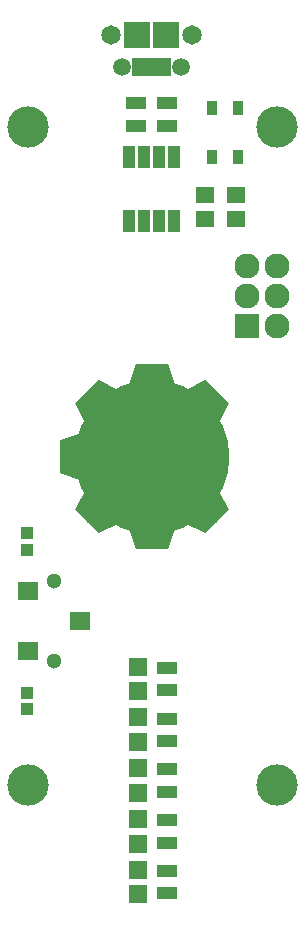
<source format=gts>
G04 #@! TF.GenerationSoftware,KiCad,Pcbnew,(2017-01-24 revision 0b6147e)-makepkg*
G04 #@! TF.CreationDate,2017-06-09T09:58:06-07:00*
G04 #@! TF.ProjectId,POVSpinner,504F565370696E6E65722E6B69636164,rev?*
G04 #@! TF.FileFunction,Soldermask,Top*
G04 #@! TF.FilePolarity,Negative*
%FSLAX46Y46*%
G04 Gerber Fmt 4.6, Leading zero omitted, Abs format (unit mm)*
G04 Created by KiCad (PCBNEW (2017-01-24 revision 0b6147e)-makepkg) date 06/09/17 09:58:06*
%MOMM*%
%LPD*%
G01*
G04 APERTURE LIST*
%ADD10C,0.100000*%
%ADD11R,1.000000X1.950000*%
%ADD12C,3.500000*%
%ADD13R,1.650000X1.400000*%
%ADD14R,1.100000X1.000000*%
%ADD15R,1.598880X1.598880*%
%ADD16R,2.127200X2.127200*%
%ADD17O,2.127200X2.127200*%
%ADD18R,1.700000X1.100000*%
%ADD19R,0.901700X1.303020*%
%ADD20R,1.800000X1.600000*%
%ADD21C,1.300000*%
%ADD22C,1.504000*%
%ADD23C,1.650006*%
%ADD24R,2.299920X2.299920*%
%ADD25R,0.652780X1.602740*%
%ADD26C,1.900000*%
%ADD27C,13.100000*%
G04 APERTURE END LIST*
D10*
D11*
X126405000Y-60700000D03*
X125135000Y-60700000D03*
X123865000Y-60700000D03*
X122595000Y-60700000D03*
X122595000Y-66100000D03*
X123865000Y-66100000D03*
X125135000Y-66100000D03*
X126405000Y-66100000D03*
D12*
X135155000Y-58200000D03*
X114045000Y-58200000D03*
X135155000Y-113900000D03*
X114045000Y-113900000D03*
D13*
X129050000Y-65930000D03*
X129050000Y-63930000D03*
X131630000Y-63920000D03*
X131630000Y-65920000D03*
D14*
X114000000Y-93950000D03*
X114000000Y-92550000D03*
X114000000Y-107450000D03*
X114000000Y-106050000D03*
D15*
X123400000Y-121050980D03*
X123400000Y-123149020D03*
X123400000Y-118849020D03*
X123400000Y-116750980D03*
X123400000Y-112450980D03*
X123400000Y-114549020D03*
X123400000Y-110249020D03*
X123400000Y-108150980D03*
X123400000Y-103850980D03*
X123400000Y-105949020D03*
D16*
X132570000Y-75020000D03*
D17*
X135110000Y-75020000D03*
X132570000Y-72480000D03*
X135110000Y-72480000D03*
X132570000Y-69940001D03*
X135110000Y-69940000D03*
D18*
X125800000Y-58050000D03*
X125800000Y-56150000D03*
X123200000Y-56150000D03*
X123200000Y-58050000D03*
X125800000Y-123050000D03*
X125800000Y-121150000D03*
X125800000Y-116850000D03*
X125800000Y-118750000D03*
X125800000Y-114450000D03*
X125800000Y-112550000D03*
X125800000Y-108250000D03*
X125800000Y-110150000D03*
X125800000Y-105850000D03*
X125800000Y-103950000D03*
D19*
X131814420Y-56547360D03*
X131814420Y-60692640D03*
X129665580Y-56547360D03*
X129665580Y-60692640D03*
D20*
X114042740Y-97493020D03*
X114042740Y-102493020D03*
X118442740Y-99993020D03*
D21*
X116242740Y-96593020D03*
X116242740Y-103393020D03*
D22*
X127002060Y-53070000D03*
X122002060Y-53070000D03*
D23*
X121070000Y-50400000D03*
X127930000Y-50400000D03*
D24*
X123301120Y-50395380D03*
X125698880Y-50395380D03*
D25*
X123202060Y-53070000D03*
X123852300Y-53070000D03*
X124500000Y-53070000D03*
X125147700Y-53070000D03*
X125797940Y-53070000D03*
D26*
X124550000Y-79222000D03*
D10*
G36*
X126577486Y-80172000D02*
X122522514Y-80172000D01*
X123155848Y-78272000D01*
X125944152Y-78272000D01*
X126577486Y-80172000D01*
X126577486Y-80172000D01*
G37*
D27*
X124550000Y-86080000D03*
D26*
X124550000Y-92938000D03*
D10*
G36*
X122522514Y-91988000D02*
X126577486Y-91988000D01*
X125944152Y-93888000D01*
X123155848Y-93888000D01*
X122522514Y-91988000D01*
X122522514Y-91988000D01*
G37*
D26*
X119724000Y-81254000D03*
D10*
G36*
X121829401Y-80492102D02*
X118962102Y-83359401D01*
X118066434Y-81568063D01*
X120038063Y-79596434D01*
X121829401Y-80492102D01*
X121829401Y-80492102D01*
G37*
D26*
X129376000Y-81254000D03*
D10*
G36*
X130137898Y-83359401D02*
X127270599Y-80492102D01*
X129061937Y-79596434D01*
X131033566Y-81568063D01*
X130137898Y-83359401D01*
X130137898Y-83359401D01*
G37*
D26*
X119724000Y-90906000D03*
D10*
G36*
X118962102Y-88800599D02*
X121829401Y-91667898D01*
X120038063Y-92563566D01*
X118066434Y-90591937D01*
X118962102Y-88800599D01*
X118962102Y-88800599D01*
G37*
D26*
X129376000Y-90906000D03*
D10*
G36*
X127270599Y-91667898D02*
X130137898Y-88800599D01*
X131033566Y-90591937D01*
X129061937Y-92563566D01*
X127270599Y-91667898D01*
X127270599Y-91667898D01*
G37*
D26*
X117692000Y-86080000D03*
D10*
G36*
X118642000Y-84052514D02*
X118642000Y-88107486D01*
X116742000Y-87474152D01*
X116742000Y-84685848D01*
X118642000Y-84052514D01*
X118642000Y-84052514D01*
G37*
M02*

</source>
